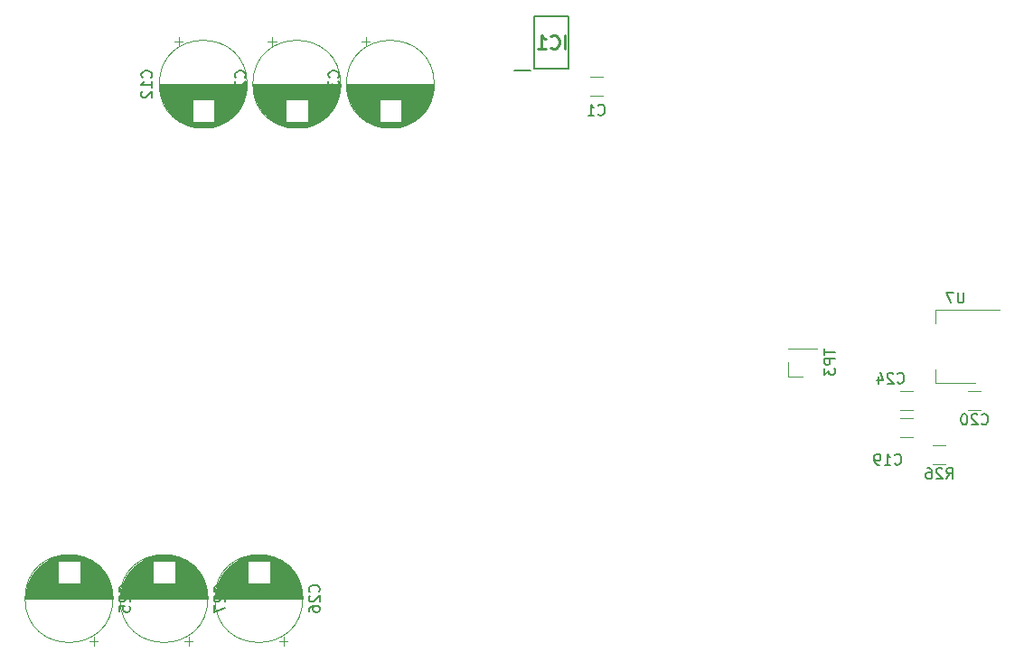
<source format=gbo>
%TF.GenerationSoftware,KiCad,Pcbnew,(5.1.0)-1*%
%TF.CreationDate,2022-07-09T20:49:55+03:00*%
%TF.ProjectId,octaver,6f637461-7665-4722-9e6b-696361645f70,rev?*%
%TF.SameCoordinates,Original*%
%TF.FileFunction,Legend,Bot*%
%TF.FilePolarity,Positive*%
%FSLAX46Y46*%
G04 Gerber Fmt 4.6, Leading zero omitted, Abs format (unit mm)*
G04 Created by KiCad (PCBNEW (5.1.0)-1) date 2022-07-09 20:49:55*
%MOMM*%
%LPD*%
G04 APERTURE LIST*
%ADD10C,0.120000*%
%ADD11C,0.200000*%
%ADD12C,0.150000*%
%ADD13C,0.254000*%
G04 APERTURE END LIST*
D10*
%TO.C,C20*%
X186849936Y-121518000D02*
X188054064Y-121518000D01*
X186849936Y-123338000D02*
X188054064Y-123338000D01*
%TO.C,U7*%
X189774000Y-113938000D02*
X183764000Y-113938000D01*
X187524000Y-120758000D02*
X183764000Y-120758000D01*
X183764000Y-113938000D02*
X183764000Y-115198000D01*
X183764000Y-120758000D02*
X183764000Y-119498000D01*
D11*
%TO.C,IC1*%
X146228000Y-91350000D02*
X149428000Y-91350000D01*
X149428000Y-91350000D02*
X149428000Y-86450000D01*
X149428000Y-86450000D02*
X146228000Y-86450000D01*
X146228000Y-86450000D02*
X146228000Y-91350000D01*
X144353000Y-91505000D02*
X145878000Y-91505000D01*
D10*
%TO.C,TP3*%
X169993000Y-117542000D02*
X172653000Y-117542000D01*
X169993000Y-117602000D02*
X169993000Y-117542000D01*
X172653000Y-117602000D02*
X172653000Y-117542000D01*
X169993000Y-117602000D02*
X172653000Y-117602000D01*
X169993000Y-118872000D02*
X169993000Y-120202000D01*
X169993000Y-120202000D02*
X171323000Y-120202000D01*
%TO.C,C25*%
X106736000Y-141010000D02*
G75*
G03X106736000Y-141010000I-4120000J0D01*
G01*
X106696000Y-141010000D02*
X98536000Y-141010000D01*
X106696000Y-140970000D02*
X98536000Y-140970000D01*
X106696000Y-140930000D02*
X98536000Y-140930000D01*
X106695000Y-140890000D02*
X98537000Y-140890000D01*
X106693000Y-140850000D02*
X98539000Y-140850000D01*
X106692000Y-140810000D02*
X98540000Y-140810000D01*
X106690000Y-140770000D02*
X98542000Y-140770000D01*
X106687000Y-140730000D02*
X98545000Y-140730000D01*
X106684000Y-140690000D02*
X98548000Y-140690000D01*
X106681000Y-140650000D02*
X98551000Y-140650000D01*
X106677000Y-140610000D02*
X98555000Y-140610000D01*
X106673000Y-140570000D02*
X98559000Y-140570000D01*
X106668000Y-140530000D02*
X98564000Y-140530000D01*
X106664000Y-140490000D02*
X98568000Y-140490000D01*
X106658000Y-140450000D02*
X98574000Y-140450000D01*
X106653000Y-140410000D02*
X98579000Y-140410000D01*
X106646000Y-140370000D02*
X98586000Y-140370000D01*
X106640000Y-140330000D02*
X98592000Y-140330000D01*
X106633000Y-140289000D02*
X98599000Y-140289000D01*
X106626000Y-140249000D02*
X98606000Y-140249000D01*
X106618000Y-140209000D02*
X98614000Y-140209000D01*
X106610000Y-140169000D02*
X98622000Y-140169000D01*
X106601000Y-140129000D02*
X98631000Y-140129000D01*
X106592000Y-140089000D02*
X98640000Y-140089000D01*
X106583000Y-140049000D02*
X98649000Y-140049000D01*
X106573000Y-140009000D02*
X98659000Y-140009000D01*
X106563000Y-139969000D02*
X98669000Y-139969000D01*
X106552000Y-139929000D02*
X98680000Y-139929000D01*
X106541000Y-139889000D02*
X98691000Y-139889000D01*
X106530000Y-139849000D02*
X98702000Y-139849000D01*
X106518000Y-139809000D02*
X98714000Y-139809000D01*
X106505000Y-139769000D02*
X98727000Y-139769000D01*
X106493000Y-139729000D02*
X98739000Y-139729000D01*
X106479000Y-139689000D02*
X98753000Y-139689000D01*
X106466000Y-139649000D02*
X98766000Y-139649000D01*
X106451000Y-139609000D02*
X98781000Y-139609000D01*
X106437000Y-139569000D02*
X98795000Y-139569000D01*
X106421000Y-139529000D02*
X103656000Y-139529000D01*
X101576000Y-139529000D02*
X98811000Y-139529000D01*
X106406000Y-139489000D02*
X103656000Y-139489000D01*
X101576000Y-139489000D02*
X98826000Y-139489000D01*
X106390000Y-139449000D02*
X103656000Y-139449000D01*
X101576000Y-139449000D02*
X98842000Y-139449000D01*
X106373000Y-139409000D02*
X103656000Y-139409000D01*
X101576000Y-139409000D02*
X98859000Y-139409000D01*
X106356000Y-139369000D02*
X103656000Y-139369000D01*
X101576000Y-139369000D02*
X98876000Y-139369000D01*
X106338000Y-139329000D02*
X103656000Y-139329000D01*
X101576000Y-139329000D02*
X98894000Y-139329000D01*
X106320000Y-139289000D02*
X103656000Y-139289000D01*
X101576000Y-139289000D02*
X98912000Y-139289000D01*
X106302000Y-139249000D02*
X103656000Y-139249000D01*
X101576000Y-139249000D02*
X98930000Y-139249000D01*
X106282000Y-139209000D02*
X103656000Y-139209000D01*
X101576000Y-139209000D02*
X98950000Y-139209000D01*
X106263000Y-139169000D02*
X103656000Y-139169000D01*
X101576000Y-139169000D02*
X98969000Y-139169000D01*
X106243000Y-139129000D02*
X103656000Y-139129000D01*
X101576000Y-139129000D02*
X98989000Y-139129000D01*
X106222000Y-139089000D02*
X103656000Y-139089000D01*
X101576000Y-139089000D02*
X99010000Y-139089000D01*
X106200000Y-139049000D02*
X103656000Y-139049000D01*
X101576000Y-139049000D02*
X99032000Y-139049000D01*
X106178000Y-139009000D02*
X103656000Y-139009000D01*
X101576000Y-139009000D02*
X99054000Y-139009000D01*
X106156000Y-138969000D02*
X103656000Y-138969000D01*
X101576000Y-138969000D02*
X99076000Y-138969000D01*
X106133000Y-138929000D02*
X103656000Y-138929000D01*
X101576000Y-138929000D02*
X99099000Y-138929000D01*
X106109000Y-138889000D02*
X103656000Y-138889000D01*
X101576000Y-138889000D02*
X99123000Y-138889000D01*
X106085000Y-138849000D02*
X103656000Y-138849000D01*
X101576000Y-138849000D02*
X99147000Y-138849000D01*
X106060000Y-138809000D02*
X103656000Y-138809000D01*
X101576000Y-138809000D02*
X99172000Y-138809000D01*
X106034000Y-138769000D02*
X103656000Y-138769000D01*
X101576000Y-138769000D02*
X99198000Y-138769000D01*
X106008000Y-138729000D02*
X103656000Y-138729000D01*
X101576000Y-138729000D02*
X99224000Y-138729000D01*
X105981000Y-138689000D02*
X103656000Y-138689000D01*
X101576000Y-138689000D02*
X99251000Y-138689000D01*
X105954000Y-138649000D02*
X103656000Y-138649000D01*
X101576000Y-138649000D02*
X99278000Y-138649000D01*
X105925000Y-138609000D02*
X103656000Y-138609000D01*
X101576000Y-138609000D02*
X99307000Y-138609000D01*
X105896000Y-138569000D02*
X103656000Y-138569000D01*
X101576000Y-138569000D02*
X99336000Y-138569000D01*
X105866000Y-138529000D02*
X103656000Y-138529000D01*
X101576000Y-138529000D02*
X99366000Y-138529000D01*
X105836000Y-138489000D02*
X103656000Y-138489000D01*
X101576000Y-138489000D02*
X99396000Y-138489000D01*
X105805000Y-138449000D02*
X103656000Y-138449000D01*
X101576000Y-138449000D02*
X99427000Y-138449000D01*
X105772000Y-138409000D02*
X103656000Y-138409000D01*
X101576000Y-138409000D02*
X99460000Y-138409000D01*
X105740000Y-138369000D02*
X103656000Y-138369000D01*
X101576000Y-138369000D02*
X99492000Y-138369000D01*
X105706000Y-138329000D02*
X103656000Y-138329000D01*
X101576000Y-138329000D02*
X99526000Y-138329000D01*
X105671000Y-138289000D02*
X103656000Y-138289000D01*
X101576000Y-138289000D02*
X99561000Y-138289000D01*
X105635000Y-138249000D02*
X103656000Y-138249000D01*
X101576000Y-138249000D02*
X99597000Y-138249000D01*
X105599000Y-138209000D02*
X103656000Y-138209000D01*
X101576000Y-138209000D02*
X99633000Y-138209000D01*
X105561000Y-138169000D02*
X103656000Y-138169000D01*
X101576000Y-138169000D02*
X99671000Y-138169000D01*
X105523000Y-138129000D02*
X103656000Y-138129000D01*
X101576000Y-138129000D02*
X99709000Y-138129000D01*
X105483000Y-138089000D02*
X103656000Y-138089000D01*
X101576000Y-138089000D02*
X99749000Y-138089000D01*
X105442000Y-138049000D02*
X103656000Y-138049000D01*
X101576000Y-138049000D02*
X99790000Y-138049000D01*
X105400000Y-138009000D02*
X103656000Y-138009000D01*
X101576000Y-138009000D02*
X99832000Y-138009000D01*
X105357000Y-137969000D02*
X103656000Y-137969000D01*
X101576000Y-137969000D02*
X99875000Y-137969000D01*
X105313000Y-137929000D02*
X103656000Y-137929000D01*
X101576000Y-137929000D02*
X99919000Y-137929000D01*
X105267000Y-137889000D02*
X103656000Y-137889000D01*
X101576000Y-137889000D02*
X99965000Y-137889000D01*
X105220000Y-137849000D02*
X103656000Y-137849000D01*
X101576000Y-137849000D02*
X100012000Y-137849000D01*
X105172000Y-137809000D02*
X103656000Y-137809000D01*
X101576000Y-137809000D02*
X100060000Y-137809000D01*
X105121000Y-137769000D02*
X103656000Y-137769000D01*
X101576000Y-137769000D02*
X100111000Y-137769000D01*
X105070000Y-137729000D02*
X103656000Y-137729000D01*
X101576000Y-137729000D02*
X100162000Y-137729000D01*
X105016000Y-137689000D02*
X103656000Y-137689000D01*
X101576000Y-137689000D02*
X100216000Y-137689000D01*
X104961000Y-137649000D02*
X103656000Y-137649000D01*
X101576000Y-137649000D02*
X100271000Y-137649000D01*
X104903000Y-137609000D02*
X103656000Y-137609000D01*
X101576000Y-137609000D02*
X100329000Y-137609000D01*
X104844000Y-137569000D02*
X103656000Y-137569000D01*
X101576000Y-137569000D02*
X100388000Y-137569000D01*
X104782000Y-137529000D02*
X103656000Y-137529000D01*
X101576000Y-137529000D02*
X100450000Y-137529000D01*
X104718000Y-137489000D02*
X103656000Y-137489000D01*
X101576000Y-137489000D02*
X100514000Y-137489000D01*
X104650000Y-137449000D02*
X100582000Y-137449000D01*
X104580000Y-137409000D02*
X100652000Y-137409000D01*
X104506000Y-137369000D02*
X100726000Y-137369000D01*
X104429000Y-137329000D02*
X100803000Y-137329000D01*
X104347000Y-137289000D02*
X100885000Y-137289000D01*
X104261000Y-137249000D02*
X100971000Y-137249000D01*
X104168000Y-137209000D02*
X101064000Y-137209000D01*
X104069000Y-137169000D02*
X101163000Y-137169000D01*
X103962000Y-137129000D02*
X101270000Y-137129000D01*
X103845000Y-137089000D02*
X101387000Y-137089000D01*
X103714000Y-137049000D02*
X101518000Y-137049000D01*
X103564000Y-137009000D02*
X101668000Y-137009000D01*
X103384000Y-136969000D02*
X101848000Y-136969000D01*
X103149000Y-136929000D02*
X102083000Y-136929000D01*
X104931000Y-145419698D02*
X104931000Y-144619698D01*
X105331000Y-145019698D02*
X104531000Y-145019698D01*
%TO.C,C26*%
X123111000Y-145019698D02*
X122311000Y-145019698D01*
X122711000Y-145419698D02*
X122711000Y-144619698D01*
X120929000Y-136929000D02*
X119863000Y-136929000D01*
X121164000Y-136969000D02*
X119628000Y-136969000D01*
X121344000Y-137009000D02*
X119448000Y-137009000D01*
X121494000Y-137049000D02*
X119298000Y-137049000D01*
X121625000Y-137089000D02*
X119167000Y-137089000D01*
X121742000Y-137129000D02*
X119050000Y-137129000D01*
X121849000Y-137169000D02*
X118943000Y-137169000D01*
X121948000Y-137209000D02*
X118844000Y-137209000D01*
X122041000Y-137249000D02*
X118751000Y-137249000D01*
X122127000Y-137289000D02*
X118665000Y-137289000D01*
X122209000Y-137329000D02*
X118583000Y-137329000D01*
X122286000Y-137369000D02*
X118506000Y-137369000D01*
X122360000Y-137409000D02*
X118432000Y-137409000D01*
X122430000Y-137449000D02*
X118362000Y-137449000D01*
X119356000Y-137489000D02*
X118294000Y-137489000D01*
X122498000Y-137489000D02*
X121436000Y-137489000D01*
X119356000Y-137529000D02*
X118230000Y-137529000D01*
X122562000Y-137529000D02*
X121436000Y-137529000D01*
X119356000Y-137569000D02*
X118168000Y-137569000D01*
X122624000Y-137569000D02*
X121436000Y-137569000D01*
X119356000Y-137609000D02*
X118109000Y-137609000D01*
X122683000Y-137609000D02*
X121436000Y-137609000D01*
X119356000Y-137649000D02*
X118051000Y-137649000D01*
X122741000Y-137649000D02*
X121436000Y-137649000D01*
X119356000Y-137689000D02*
X117996000Y-137689000D01*
X122796000Y-137689000D02*
X121436000Y-137689000D01*
X119356000Y-137729000D02*
X117942000Y-137729000D01*
X122850000Y-137729000D02*
X121436000Y-137729000D01*
X119356000Y-137769000D02*
X117891000Y-137769000D01*
X122901000Y-137769000D02*
X121436000Y-137769000D01*
X119356000Y-137809000D02*
X117840000Y-137809000D01*
X122952000Y-137809000D02*
X121436000Y-137809000D01*
X119356000Y-137849000D02*
X117792000Y-137849000D01*
X123000000Y-137849000D02*
X121436000Y-137849000D01*
X119356000Y-137889000D02*
X117745000Y-137889000D01*
X123047000Y-137889000D02*
X121436000Y-137889000D01*
X119356000Y-137929000D02*
X117699000Y-137929000D01*
X123093000Y-137929000D02*
X121436000Y-137929000D01*
X119356000Y-137969000D02*
X117655000Y-137969000D01*
X123137000Y-137969000D02*
X121436000Y-137969000D01*
X119356000Y-138009000D02*
X117612000Y-138009000D01*
X123180000Y-138009000D02*
X121436000Y-138009000D01*
X119356000Y-138049000D02*
X117570000Y-138049000D01*
X123222000Y-138049000D02*
X121436000Y-138049000D01*
X119356000Y-138089000D02*
X117529000Y-138089000D01*
X123263000Y-138089000D02*
X121436000Y-138089000D01*
X119356000Y-138129000D02*
X117489000Y-138129000D01*
X123303000Y-138129000D02*
X121436000Y-138129000D01*
X119356000Y-138169000D02*
X117451000Y-138169000D01*
X123341000Y-138169000D02*
X121436000Y-138169000D01*
X119356000Y-138209000D02*
X117413000Y-138209000D01*
X123379000Y-138209000D02*
X121436000Y-138209000D01*
X119356000Y-138249000D02*
X117377000Y-138249000D01*
X123415000Y-138249000D02*
X121436000Y-138249000D01*
X119356000Y-138289000D02*
X117341000Y-138289000D01*
X123451000Y-138289000D02*
X121436000Y-138289000D01*
X119356000Y-138329000D02*
X117306000Y-138329000D01*
X123486000Y-138329000D02*
X121436000Y-138329000D01*
X119356000Y-138369000D02*
X117272000Y-138369000D01*
X123520000Y-138369000D02*
X121436000Y-138369000D01*
X119356000Y-138409000D02*
X117240000Y-138409000D01*
X123552000Y-138409000D02*
X121436000Y-138409000D01*
X119356000Y-138449000D02*
X117207000Y-138449000D01*
X123585000Y-138449000D02*
X121436000Y-138449000D01*
X119356000Y-138489000D02*
X117176000Y-138489000D01*
X123616000Y-138489000D02*
X121436000Y-138489000D01*
X119356000Y-138529000D02*
X117146000Y-138529000D01*
X123646000Y-138529000D02*
X121436000Y-138529000D01*
X119356000Y-138569000D02*
X117116000Y-138569000D01*
X123676000Y-138569000D02*
X121436000Y-138569000D01*
X119356000Y-138609000D02*
X117087000Y-138609000D01*
X123705000Y-138609000D02*
X121436000Y-138609000D01*
X119356000Y-138649000D02*
X117058000Y-138649000D01*
X123734000Y-138649000D02*
X121436000Y-138649000D01*
X119356000Y-138689000D02*
X117031000Y-138689000D01*
X123761000Y-138689000D02*
X121436000Y-138689000D01*
X119356000Y-138729000D02*
X117004000Y-138729000D01*
X123788000Y-138729000D02*
X121436000Y-138729000D01*
X119356000Y-138769000D02*
X116978000Y-138769000D01*
X123814000Y-138769000D02*
X121436000Y-138769000D01*
X119356000Y-138809000D02*
X116952000Y-138809000D01*
X123840000Y-138809000D02*
X121436000Y-138809000D01*
X119356000Y-138849000D02*
X116927000Y-138849000D01*
X123865000Y-138849000D02*
X121436000Y-138849000D01*
X119356000Y-138889000D02*
X116903000Y-138889000D01*
X123889000Y-138889000D02*
X121436000Y-138889000D01*
X119356000Y-138929000D02*
X116879000Y-138929000D01*
X123913000Y-138929000D02*
X121436000Y-138929000D01*
X119356000Y-138969000D02*
X116856000Y-138969000D01*
X123936000Y-138969000D02*
X121436000Y-138969000D01*
X119356000Y-139009000D02*
X116834000Y-139009000D01*
X123958000Y-139009000D02*
X121436000Y-139009000D01*
X119356000Y-139049000D02*
X116812000Y-139049000D01*
X123980000Y-139049000D02*
X121436000Y-139049000D01*
X119356000Y-139089000D02*
X116790000Y-139089000D01*
X124002000Y-139089000D02*
X121436000Y-139089000D01*
X119356000Y-139129000D02*
X116769000Y-139129000D01*
X124023000Y-139129000D02*
X121436000Y-139129000D01*
X119356000Y-139169000D02*
X116749000Y-139169000D01*
X124043000Y-139169000D02*
X121436000Y-139169000D01*
X119356000Y-139209000D02*
X116730000Y-139209000D01*
X124062000Y-139209000D02*
X121436000Y-139209000D01*
X119356000Y-139249000D02*
X116710000Y-139249000D01*
X124082000Y-139249000D02*
X121436000Y-139249000D01*
X119356000Y-139289000D02*
X116692000Y-139289000D01*
X124100000Y-139289000D02*
X121436000Y-139289000D01*
X119356000Y-139329000D02*
X116674000Y-139329000D01*
X124118000Y-139329000D02*
X121436000Y-139329000D01*
X119356000Y-139369000D02*
X116656000Y-139369000D01*
X124136000Y-139369000D02*
X121436000Y-139369000D01*
X119356000Y-139409000D02*
X116639000Y-139409000D01*
X124153000Y-139409000D02*
X121436000Y-139409000D01*
X119356000Y-139449000D02*
X116622000Y-139449000D01*
X124170000Y-139449000D02*
X121436000Y-139449000D01*
X119356000Y-139489000D02*
X116606000Y-139489000D01*
X124186000Y-139489000D02*
X121436000Y-139489000D01*
X119356000Y-139529000D02*
X116591000Y-139529000D01*
X124201000Y-139529000D02*
X121436000Y-139529000D01*
X124217000Y-139569000D02*
X116575000Y-139569000D01*
X124231000Y-139609000D02*
X116561000Y-139609000D01*
X124246000Y-139649000D02*
X116546000Y-139649000D01*
X124259000Y-139689000D02*
X116533000Y-139689000D01*
X124273000Y-139729000D02*
X116519000Y-139729000D01*
X124285000Y-139769000D02*
X116507000Y-139769000D01*
X124298000Y-139809000D02*
X116494000Y-139809000D01*
X124310000Y-139849000D02*
X116482000Y-139849000D01*
X124321000Y-139889000D02*
X116471000Y-139889000D01*
X124332000Y-139929000D02*
X116460000Y-139929000D01*
X124343000Y-139969000D02*
X116449000Y-139969000D01*
X124353000Y-140009000D02*
X116439000Y-140009000D01*
X124363000Y-140049000D02*
X116429000Y-140049000D01*
X124372000Y-140089000D02*
X116420000Y-140089000D01*
X124381000Y-140129000D02*
X116411000Y-140129000D01*
X124390000Y-140169000D02*
X116402000Y-140169000D01*
X124398000Y-140209000D02*
X116394000Y-140209000D01*
X124406000Y-140249000D02*
X116386000Y-140249000D01*
X124413000Y-140289000D02*
X116379000Y-140289000D01*
X124420000Y-140330000D02*
X116372000Y-140330000D01*
X124426000Y-140370000D02*
X116366000Y-140370000D01*
X124433000Y-140410000D02*
X116359000Y-140410000D01*
X124438000Y-140450000D02*
X116354000Y-140450000D01*
X124444000Y-140490000D02*
X116348000Y-140490000D01*
X124448000Y-140530000D02*
X116344000Y-140530000D01*
X124453000Y-140570000D02*
X116339000Y-140570000D01*
X124457000Y-140610000D02*
X116335000Y-140610000D01*
X124461000Y-140650000D02*
X116331000Y-140650000D01*
X124464000Y-140690000D02*
X116328000Y-140690000D01*
X124467000Y-140730000D02*
X116325000Y-140730000D01*
X124470000Y-140770000D02*
X116322000Y-140770000D01*
X124472000Y-140810000D02*
X116320000Y-140810000D01*
X124473000Y-140850000D02*
X116319000Y-140850000D01*
X124475000Y-140890000D02*
X116317000Y-140890000D01*
X124476000Y-140930000D02*
X116316000Y-140930000D01*
X124476000Y-140970000D02*
X116316000Y-140970000D01*
X124476000Y-141010000D02*
X116316000Y-141010000D01*
X124516000Y-141010000D02*
G75*
G03X124516000Y-141010000I-4120000J0D01*
G01*
%TO.C,C27*%
X115626000Y-141010000D02*
G75*
G03X115626000Y-141010000I-4120000J0D01*
G01*
X115586000Y-141010000D02*
X107426000Y-141010000D01*
X115586000Y-140970000D02*
X107426000Y-140970000D01*
X115586000Y-140930000D02*
X107426000Y-140930000D01*
X115585000Y-140890000D02*
X107427000Y-140890000D01*
X115583000Y-140850000D02*
X107429000Y-140850000D01*
X115582000Y-140810000D02*
X107430000Y-140810000D01*
X115580000Y-140770000D02*
X107432000Y-140770000D01*
X115577000Y-140730000D02*
X107435000Y-140730000D01*
X115574000Y-140690000D02*
X107438000Y-140690000D01*
X115571000Y-140650000D02*
X107441000Y-140650000D01*
X115567000Y-140610000D02*
X107445000Y-140610000D01*
X115563000Y-140570000D02*
X107449000Y-140570000D01*
X115558000Y-140530000D02*
X107454000Y-140530000D01*
X115554000Y-140490000D02*
X107458000Y-140490000D01*
X115548000Y-140450000D02*
X107464000Y-140450000D01*
X115543000Y-140410000D02*
X107469000Y-140410000D01*
X115536000Y-140370000D02*
X107476000Y-140370000D01*
X115530000Y-140330000D02*
X107482000Y-140330000D01*
X115523000Y-140289000D02*
X107489000Y-140289000D01*
X115516000Y-140249000D02*
X107496000Y-140249000D01*
X115508000Y-140209000D02*
X107504000Y-140209000D01*
X115500000Y-140169000D02*
X107512000Y-140169000D01*
X115491000Y-140129000D02*
X107521000Y-140129000D01*
X115482000Y-140089000D02*
X107530000Y-140089000D01*
X115473000Y-140049000D02*
X107539000Y-140049000D01*
X115463000Y-140009000D02*
X107549000Y-140009000D01*
X115453000Y-139969000D02*
X107559000Y-139969000D01*
X115442000Y-139929000D02*
X107570000Y-139929000D01*
X115431000Y-139889000D02*
X107581000Y-139889000D01*
X115420000Y-139849000D02*
X107592000Y-139849000D01*
X115408000Y-139809000D02*
X107604000Y-139809000D01*
X115395000Y-139769000D02*
X107617000Y-139769000D01*
X115383000Y-139729000D02*
X107629000Y-139729000D01*
X115369000Y-139689000D02*
X107643000Y-139689000D01*
X115356000Y-139649000D02*
X107656000Y-139649000D01*
X115341000Y-139609000D02*
X107671000Y-139609000D01*
X115327000Y-139569000D02*
X107685000Y-139569000D01*
X115311000Y-139529000D02*
X112546000Y-139529000D01*
X110466000Y-139529000D02*
X107701000Y-139529000D01*
X115296000Y-139489000D02*
X112546000Y-139489000D01*
X110466000Y-139489000D02*
X107716000Y-139489000D01*
X115280000Y-139449000D02*
X112546000Y-139449000D01*
X110466000Y-139449000D02*
X107732000Y-139449000D01*
X115263000Y-139409000D02*
X112546000Y-139409000D01*
X110466000Y-139409000D02*
X107749000Y-139409000D01*
X115246000Y-139369000D02*
X112546000Y-139369000D01*
X110466000Y-139369000D02*
X107766000Y-139369000D01*
X115228000Y-139329000D02*
X112546000Y-139329000D01*
X110466000Y-139329000D02*
X107784000Y-139329000D01*
X115210000Y-139289000D02*
X112546000Y-139289000D01*
X110466000Y-139289000D02*
X107802000Y-139289000D01*
X115192000Y-139249000D02*
X112546000Y-139249000D01*
X110466000Y-139249000D02*
X107820000Y-139249000D01*
X115172000Y-139209000D02*
X112546000Y-139209000D01*
X110466000Y-139209000D02*
X107840000Y-139209000D01*
X115153000Y-139169000D02*
X112546000Y-139169000D01*
X110466000Y-139169000D02*
X107859000Y-139169000D01*
X115133000Y-139129000D02*
X112546000Y-139129000D01*
X110466000Y-139129000D02*
X107879000Y-139129000D01*
X115112000Y-139089000D02*
X112546000Y-139089000D01*
X110466000Y-139089000D02*
X107900000Y-139089000D01*
X115090000Y-139049000D02*
X112546000Y-139049000D01*
X110466000Y-139049000D02*
X107922000Y-139049000D01*
X115068000Y-139009000D02*
X112546000Y-139009000D01*
X110466000Y-139009000D02*
X107944000Y-139009000D01*
X115046000Y-138969000D02*
X112546000Y-138969000D01*
X110466000Y-138969000D02*
X107966000Y-138969000D01*
X115023000Y-138929000D02*
X112546000Y-138929000D01*
X110466000Y-138929000D02*
X107989000Y-138929000D01*
X114999000Y-138889000D02*
X112546000Y-138889000D01*
X110466000Y-138889000D02*
X108013000Y-138889000D01*
X114975000Y-138849000D02*
X112546000Y-138849000D01*
X110466000Y-138849000D02*
X108037000Y-138849000D01*
X114950000Y-138809000D02*
X112546000Y-138809000D01*
X110466000Y-138809000D02*
X108062000Y-138809000D01*
X114924000Y-138769000D02*
X112546000Y-138769000D01*
X110466000Y-138769000D02*
X108088000Y-138769000D01*
X114898000Y-138729000D02*
X112546000Y-138729000D01*
X110466000Y-138729000D02*
X108114000Y-138729000D01*
X114871000Y-138689000D02*
X112546000Y-138689000D01*
X110466000Y-138689000D02*
X108141000Y-138689000D01*
X114844000Y-138649000D02*
X112546000Y-138649000D01*
X110466000Y-138649000D02*
X108168000Y-138649000D01*
X114815000Y-138609000D02*
X112546000Y-138609000D01*
X110466000Y-138609000D02*
X108197000Y-138609000D01*
X114786000Y-138569000D02*
X112546000Y-138569000D01*
X110466000Y-138569000D02*
X108226000Y-138569000D01*
X114756000Y-138529000D02*
X112546000Y-138529000D01*
X110466000Y-138529000D02*
X108256000Y-138529000D01*
X114726000Y-138489000D02*
X112546000Y-138489000D01*
X110466000Y-138489000D02*
X108286000Y-138489000D01*
X114695000Y-138449000D02*
X112546000Y-138449000D01*
X110466000Y-138449000D02*
X108317000Y-138449000D01*
X114662000Y-138409000D02*
X112546000Y-138409000D01*
X110466000Y-138409000D02*
X108350000Y-138409000D01*
X114630000Y-138369000D02*
X112546000Y-138369000D01*
X110466000Y-138369000D02*
X108382000Y-138369000D01*
X114596000Y-138329000D02*
X112546000Y-138329000D01*
X110466000Y-138329000D02*
X108416000Y-138329000D01*
X114561000Y-138289000D02*
X112546000Y-138289000D01*
X110466000Y-138289000D02*
X108451000Y-138289000D01*
X114525000Y-138249000D02*
X112546000Y-138249000D01*
X110466000Y-138249000D02*
X108487000Y-138249000D01*
X114489000Y-138209000D02*
X112546000Y-138209000D01*
X110466000Y-138209000D02*
X108523000Y-138209000D01*
X114451000Y-138169000D02*
X112546000Y-138169000D01*
X110466000Y-138169000D02*
X108561000Y-138169000D01*
X114413000Y-138129000D02*
X112546000Y-138129000D01*
X110466000Y-138129000D02*
X108599000Y-138129000D01*
X114373000Y-138089000D02*
X112546000Y-138089000D01*
X110466000Y-138089000D02*
X108639000Y-138089000D01*
X114332000Y-138049000D02*
X112546000Y-138049000D01*
X110466000Y-138049000D02*
X108680000Y-138049000D01*
X114290000Y-138009000D02*
X112546000Y-138009000D01*
X110466000Y-138009000D02*
X108722000Y-138009000D01*
X114247000Y-137969000D02*
X112546000Y-137969000D01*
X110466000Y-137969000D02*
X108765000Y-137969000D01*
X114203000Y-137929000D02*
X112546000Y-137929000D01*
X110466000Y-137929000D02*
X108809000Y-137929000D01*
X114157000Y-137889000D02*
X112546000Y-137889000D01*
X110466000Y-137889000D02*
X108855000Y-137889000D01*
X114110000Y-137849000D02*
X112546000Y-137849000D01*
X110466000Y-137849000D02*
X108902000Y-137849000D01*
X114062000Y-137809000D02*
X112546000Y-137809000D01*
X110466000Y-137809000D02*
X108950000Y-137809000D01*
X114011000Y-137769000D02*
X112546000Y-137769000D01*
X110466000Y-137769000D02*
X109001000Y-137769000D01*
X113960000Y-137729000D02*
X112546000Y-137729000D01*
X110466000Y-137729000D02*
X109052000Y-137729000D01*
X113906000Y-137689000D02*
X112546000Y-137689000D01*
X110466000Y-137689000D02*
X109106000Y-137689000D01*
X113851000Y-137649000D02*
X112546000Y-137649000D01*
X110466000Y-137649000D02*
X109161000Y-137649000D01*
X113793000Y-137609000D02*
X112546000Y-137609000D01*
X110466000Y-137609000D02*
X109219000Y-137609000D01*
X113734000Y-137569000D02*
X112546000Y-137569000D01*
X110466000Y-137569000D02*
X109278000Y-137569000D01*
X113672000Y-137529000D02*
X112546000Y-137529000D01*
X110466000Y-137529000D02*
X109340000Y-137529000D01*
X113608000Y-137489000D02*
X112546000Y-137489000D01*
X110466000Y-137489000D02*
X109404000Y-137489000D01*
X113540000Y-137449000D02*
X109472000Y-137449000D01*
X113470000Y-137409000D02*
X109542000Y-137409000D01*
X113396000Y-137369000D02*
X109616000Y-137369000D01*
X113319000Y-137329000D02*
X109693000Y-137329000D01*
X113237000Y-137289000D02*
X109775000Y-137289000D01*
X113151000Y-137249000D02*
X109861000Y-137249000D01*
X113058000Y-137209000D02*
X109954000Y-137209000D01*
X112959000Y-137169000D02*
X110053000Y-137169000D01*
X112852000Y-137129000D02*
X110160000Y-137129000D01*
X112735000Y-137089000D02*
X110277000Y-137089000D01*
X112604000Y-137049000D02*
X110408000Y-137049000D01*
X112454000Y-137009000D02*
X110558000Y-137009000D01*
X112274000Y-136969000D02*
X110738000Y-136969000D01*
X112039000Y-136929000D02*
X110973000Y-136929000D01*
X113821000Y-145419698D02*
X113821000Y-144619698D01*
X114221000Y-145019698D02*
X113421000Y-145019698D01*
%TO.C,C12*%
X112474000Y-88787302D02*
X113274000Y-88787302D01*
X112874000Y-88387302D02*
X112874000Y-89187302D01*
X114656000Y-96878000D02*
X115722000Y-96878000D01*
X114421000Y-96838000D02*
X115957000Y-96838000D01*
X114241000Y-96798000D02*
X116137000Y-96798000D01*
X114091000Y-96758000D02*
X116287000Y-96758000D01*
X113960000Y-96718000D02*
X116418000Y-96718000D01*
X113843000Y-96678000D02*
X116535000Y-96678000D01*
X113736000Y-96638000D02*
X116642000Y-96638000D01*
X113637000Y-96598000D02*
X116741000Y-96598000D01*
X113544000Y-96558000D02*
X116834000Y-96558000D01*
X113458000Y-96518000D02*
X116920000Y-96518000D01*
X113376000Y-96478000D02*
X117002000Y-96478000D01*
X113299000Y-96438000D02*
X117079000Y-96438000D01*
X113225000Y-96398000D02*
X117153000Y-96398000D01*
X113155000Y-96358000D02*
X117223000Y-96358000D01*
X116229000Y-96318000D02*
X117291000Y-96318000D01*
X113087000Y-96318000D02*
X114149000Y-96318000D01*
X116229000Y-96278000D02*
X117355000Y-96278000D01*
X113023000Y-96278000D02*
X114149000Y-96278000D01*
X116229000Y-96238000D02*
X117417000Y-96238000D01*
X112961000Y-96238000D02*
X114149000Y-96238000D01*
X116229000Y-96198000D02*
X117476000Y-96198000D01*
X112902000Y-96198000D02*
X114149000Y-96198000D01*
X116229000Y-96158000D02*
X117534000Y-96158000D01*
X112844000Y-96158000D02*
X114149000Y-96158000D01*
X116229000Y-96118000D02*
X117589000Y-96118000D01*
X112789000Y-96118000D02*
X114149000Y-96118000D01*
X116229000Y-96078000D02*
X117643000Y-96078000D01*
X112735000Y-96078000D02*
X114149000Y-96078000D01*
X116229000Y-96038000D02*
X117694000Y-96038000D01*
X112684000Y-96038000D02*
X114149000Y-96038000D01*
X116229000Y-95998000D02*
X117745000Y-95998000D01*
X112633000Y-95998000D02*
X114149000Y-95998000D01*
X116229000Y-95958000D02*
X117793000Y-95958000D01*
X112585000Y-95958000D02*
X114149000Y-95958000D01*
X116229000Y-95918000D02*
X117840000Y-95918000D01*
X112538000Y-95918000D02*
X114149000Y-95918000D01*
X116229000Y-95878000D02*
X117886000Y-95878000D01*
X112492000Y-95878000D02*
X114149000Y-95878000D01*
X116229000Y-95838000D02*
X117930000Y-95838000D01*
X112448000Y-95838000D02*
X114149000Y-95838000D01*
X116229000Y-95798000D02*
X117973000Y-95798000D01*
X112405000Y-95798000D02*
X114149000Y-95798000D01*
X116229000Y-95758000D02*
X118015000Y-95758000D01*
X112363000Y-95758000D02*
X114149000Y-95758000D01*
X116229000Y-95718000D02*
X118056000Y-95718000D01*
X112322000Y-95718000D02*
X114149000Y-95718000D01*
X116229000Y-95678000D02*
X118096000Y-95678000D01*
X112282000Y-95678000D02*
X114149000Y-95678000D01*
X116229000Y-95638000D02*
X118134000Y-95638000D01*
X112244000Y-95638000D02*
X114149000Y-95638000D01*
X116229000Y-95598000D02*
X118172000Y-95598000D01*
X112206000Y-95598000D02*
X114149000Y-95598000D01*
X116229000Y-95558000D02*
X118208000Y-95558000D01*
X112170000Y-95558000D02*
X114149000Y-95558000D01*
X116229000Y-95518000D02*
X118244000Y-95518000D01*
X112134000Y-95518000D02*
X114149000Y-95518000D01*
X116229000Y-95478000D02*
X118279000Y-95478000D01*
X112099000Y-95478000D02*
X114149000Y-95478000D01*
X116229000Y-95438000D02*
X118313000Y-95438000D01*
X112065000Y-95438000D02*
X114149000Y-95438000D01*
X116229000Y-95398000D02*
X118345000Y-95398000D01*
X112033000Y-95398000D02*
X114149000Y-95398000D01*
X116229000Y-95358000D02*
X118378000Y-95358000D01*
X112000000Y-95358000D02*
X114149000Y-95358000D01*
X116229000Y-95318000D02*
X118409000Y-95318000D01*
X111969000Y-95318000D02*
X114149000Y-95318000D01*
X116229000Y-95278000D02*
X118439000Y-95278000D01*
X111939000Y-95278000D02*
X114149000Y-95278000D01*
X116229000Y-95238000D02*
X118469000Y-95238000D01*
X111909000Y-95238000D02*
X114149000Y-95238000D01*
X116229000Y-95198000D02*
X118498000Y-95198000D01*
X111880000Y-95198000D02*
X114149000Y-95198000D01*
X116229000Y-95158000D02*
X118527000Y-95158000D01*
X111851000Y-95158000D02*
X114149000Y-95158000D01*
X116229000Y-95118000D02*
X118554000Y-95118000D01*
X111824000Y-95118000D02*
X114149000Y-95118000D01*
X116229000Y-95078000D02*
X118581000Y-95078000D01*
X111797000Y-95078000D02*
X114149000Y-95078000D01*
X116229000Y-95038000D02*
X118607000Y-95038000D01*
X111771000Y-95038000D02*
X114149000Y-95038000D01*
X116229000Y-94998000D02*
X118633000Y-94998000D01*
X111745000Y-94998000D02*
X114149000Y-94998000D01*
X116229000Y-94958000D02*
X118658000Y-94958000D01*
X111720000Y-94958000D02*
X114149000Y-94958000D01*
X116229000Y-94918000D02*
X118682000Y-94918000D01*
X111696000Y-94918000D02*
X114149000Y-94918000D01*
X116229000Y-94878000D02*
X118706000Y-94878000D01*
X111672000Y-94878000D02*
X114149000Y-94878000D01*
X116229000Y-94838000D02*
X118729000Y-94838000D01*
X111649000Y-94838000D02*
X114149000Y-94838000D01*
X116229000Y-94798000D02*
X118751000Y-94798000D01*
X111627000Y-94798000D02*
X114149000Y-94798000D01*
X116229000Y-94758000D02*
X118773000Y-94758000D01*
X111605000Y-94758000D02*
X114149000Y-94758000D01*
X116229000Y-94718000D02*
X118795000Y-94718000D01*
X111583000Y-94718000D02*
X114149000Y-94718000D01*
X116229000Y-94678000D02*
X118816000Y-94678000D01*
X111562000Y-94678000D02*
X114149000Y-94678000D01*
X116229000Y-94638000D02*
X118836000Y-94638000D01*
X111542000Y-94638000D02*
X114149000Y-94638000D01*
X116229000Y-94598000D02*
X118855000Y-94598000D01*
X111523000Y-94598000D02*
X114149000Y-94598000D01*
X116229000Y-94558000D02*
X118875000Y-94558000D01*
X111503000Y-94558000D02*
X114149000Y-94558000D01*
X116229000Y-94518000D02*
X118893000Y-94518000D01*
X111485000Y-94518000D02*
X114149000Y-94518000D01*
X116229000Y-94478000D02*
X118911000Y-94478000D01*
X111467000Y-94478000D02*
X114149000Y-94478000D01*
X116229000Y-94438000D02*
X118929000Y-94438000D01*
X111449000Y-94438000D02*
X114149000Y-94438000D01*
X116229000Y-94398000D02*
X118946000Y-94398000D01*
X111432000Y-94398000D02*
X114149000Y-94398000D01*
X116229000Y-94358000D02*
X118963000Y-94358000D01*
X111415000Y-94358000D02*
X114149000Y-94358000D01*
X116229000Y-94318000D02*
X118979000Y-94318000D01*
X111399000Y-94318000D02*
X114149000Y-94318000D01*
X116229000Y-94278000D02*
X118994000Y-94278000D01*
X111384000Y-94278000D02*
X114149000Y-94278000D01*
X111368000Y-94238000D02*
X119010000Y-94238000D01*
X111354000Y-94198000D02*
X119024000Y-94198000D01*
X111339000Y-94158000D02*
X119039000Y-94158000D01*
X111326000Y-94118000D02*
X119052000Y-94118000D01*
X111312000Y-94078000D02*
X119066000Y-94078000D01*
X111300000Y-94038000D02*
X119078000Y-94038000D01*
X111287000Y-93998000D02*
X119091000Y-93998000D01*
X111275000Y-93958000D02*
X119103000Y-93958000D01*
X111264000Y-93918000D02*
X119114000Y-93918000D01*
X111253000Y-93878000D02*
X119125000Y-93878000D01*
X111242000Y-93838000D02*
X119136000Y-93838000D01*
X111232000Y-93798000D02*
X119146000Y-93798000D01*
X111222000Y-93758000D02*
X119156000Y-93758000D01*
X111213000Y-93718000D02*
X119165000Y-93718000D01*
X111204000Y-93678000D02*
X119174000Y-93678000D01*
X111195000Y-93638000D02*
X119183000Y-93638000D01*
X111187000Y-93598000D02*
X119191000Y-93598000D01*
X111179000Y-93558000D02*
X119199000Y-93558000D01*
X111172000Y-93518000D02*
X119206000Y-93518000D01*
X111165000Y-93477000D02*
X119213000Y-93477000D01*
X111159000Y-93437000D02*
X119219000Y-93437000D01*
X111152000Y-93397000D02*
X119226000Y-93397000D01*
X111147000Y-93357000D02*
X119231000Y-93357000D01*
X111141000Y-93317000D02*
X119237000Y-93317000D01*
X111137000Y-93277000D02*
X119241000Y-93277000D01*
X111132000Y-93237000D02*
X119246000Y-93237000D01*
X111128000Y-93197000D02*
X119250000Y-93197000D01*
X111124000Y-93157000D02*
X119254000Y-93157000D01*
X111121000Y-93117000D02*
X119257000Y-93117000D01*
X111118000Y-93077000D02*
X119260000Y-93077000D01*
X111115000Y-93037000D02*
X119263000Y-93037000D01*
X111113000Y-92997000D02*
X119265000Y-92997000D01*
X111112000Y-92957000D02*
X119266000Y-92957000D01*
X111110000Y-92917000D02*
X119268000Y-92917000D01*
X111109000Y-92877000D02*
X119269000Y-92877000D01*
X111109000Y-92837000D02*
X119269000Y-92837000D01*
X111109000Y-92797000D02*
X119269000Y-92797000D01*
X119309000Y-92797000D02*
G75*
G03X119309000Y-92797000I-4120000J0D01*
G01*
%TO.C,C29*%
X128072000Y-92797000D02*
G75*
G03X128072000Y-92797000I-4120000J0D01*
G01*
X119872000Y-92797000D02*
X128032000Y-92797000D01*
X119872000Y-92837000D02*
X128032000Y-92837000D01*
X119872000Y-92877000D02*
X128032000Y-92877000D01*
X119873000Y-92917000D02*
X128031000Y-92917000D01*
X119875000Y-92957000D02*
X128029000Y-92957000D01*
X119876000Y-92997000D02*
X128028000Y-92997000D01*
X119878000Y-93037000D02*
X128026000Y-93037000D01*
X119881000Y-93077000D02*
X128023000Y-93077000D01*
X119884000Y-93117000D02*
X128020000Y-93117000D01*
X119887000Y-93157000D02*
X128017000Y-93157000D01*
X119891000Y-93197000D02*
X128013000Y-93197000D01*
X119895000Y-93237000D02*
X128009000Y-93237000D01*
X119900000Y-93277000D02*
X128004000Y-93277000D01*
X119904000Y-93317000D02*
X128000000Y-93317000D01*
X119910000Y-93357000D02*
X127994000Y-93357000D01*
X119915000Y-93397000D02*
X127989000Y-93397000D01*
X119922000Y-93437000D02*
X127982000Y-93437000D01*
X119928000Y-93477000D02*
X127976000Y-93477000D01*
X119935000Y-93518000D02*
X127969000Y-93518000D01*
X119942000Y-93558000D02*
X127962000Y-93558000D01*
X119950000Y-93598000D02*
X127954000Y-93598000D01*
X119958000Y-93638000D02*
X127946000Y-93638000D01*
X119967000Y-93678000D02*
X127937000Y-93678000D01*
X119976000Y-93718000D02*
X127928000Y-93718000D01*
X119985000Y-93758000D02*
X127919000Y-93758000D01*
X119995000Y-93798000D02*
X127909000Y-93798000D01*
X120005000Y-93838000D02*
X127899000Y-93838000D01*
X120016000Y-93878000D02*
X127888000Y-93878000D01*
X120027000Y-93918000D02*
X127877000Y-93918000D01*
X120038000Y-93958000D02*
X127866000Y-93958000D01*
X120050000Y-93998000D02*
X127854000Y-93998000D01*
X120063000Y-94038000D02*
X127841000Y-94038000D01*
X120075000Y-94078000D02*
X127829000Y-94078000D01*
X120089000Y-94118000D02*
X127815000Y-94118000D01*
X120102000Y-94158000D02*
X127802000Y-94158000D01*
X120117000Y-94198000D02*
X127787000Y-94198000D01*
X120131000Y-94238000D02*
X127773000Y-94238000D01*
X120147000Y-94278000D02*
X122912000Y-94278000D01*
X124992000Y-94278000D02*
X127757000Y-94278000D01*
X120162000Y-94318000D02*
X122912000Y-94318000D01*
X124992000Y-94318000D02*
X127742000Y-94318000D01*
X120178000Y-94358000D02*
X122912000Y-94358000D01*
X124992000Y-94358000D02*
X127726000Y-94358000D01*
X120195000Y-94398000D02*
X122912000Y-94398000D01*
X124992000Y-94398000D02*
X127709000Y-94398000D01*
X120212000Y-94438000D02*
X122912000Y-94438000D01*
X124992000Y-94438000D02*
X127692000Y-94438000D01*
X120230000Y-94478000D02*
X122912000Y-94478000D01*
X124992000Y-94478000D02*
X127674000Y-94478000D01*
X120248000Y-94518000D02*
X122912000Y-94518000D01*
X124992000Y-94518000D02*
X127656000Y-94518000D01*
X120266000Y-94558000D02*
X122912000Y-94558000D01*
X124992000Y-94558000D02*
X127638000Y-94558000D01*
X120286000Y-94598000D02*
X122912000Y-94598000D01*
X124992000Y-94598000D02*
X127618000Y-94598000D01*
X120305000Y-94638000D02*
X122912000Y-94638000D01*
X124992000Y-94638000D02*
X127599000Y-94638000D01*
X120325000Y-94678000D02*
X122912000Y-94678000D01*
X124992000Y-94678000D02*
X127579000Y-94678000D01*
X120346000Y-94718000D02*
X122912000Y-94718000D01*
X124992000Y-94718000D02*
X127558000Y-94718000D01*
X120368000Y-94758000D02*
X122912000Y-94758000D01*
X124992000Y-94758000D02*
X127536000Y-94758000D01*
X120390000Y-94798000D02*
X122912000Y-94798000D01*
X124992000Y-94798000D02*
X127514000Y-94798000D01*
X120412000Y-94838000D02*
X122912000Y-94838000D01*
X124992000Y-94838000D02*
X127492000Y-94838000D01*
X120435000Y-94878000D02*
X122912000Y-94878000D01*
X124992000Y-94878000D02*
X127469000Y-94878000D01*
X120459000Y-94918000D02*
X122912000Y-94918000D01*
X124992000Y-94918000D02*
X127445000Y-94918000D01*
X120483000Y-94958000D02*
X122912000Y-94958000D01*
X124992000Y-94958000D02*
X127421000Y-94958000D01*
X120508000Y-94998000D02*
X122912000Y-94998000D01*
X124992000Y-94998000D02*
X127396000Y-94998000D01*
X120534000Y-95038000D02*
X122912000Y-95038000D01*
X124992000Y-95038000D02*
X127370000Y-95038000D01*
X120560000Y-95078000D02*
X122912000Y-95078000D01*
X124992000Y-95078000D02*
X127344000Y-95078000D01*
X120587000Y-95118000D02*
X122912000Y-95118000D01*
X124992000Y-95118000D02*
X127317000Y-95118000D01*
X120614000Y-95158000D02*
X122912000Y-95158000D01*
X124992000Y-95158000D02*
X127290000Y-95158000D01*
X120643000Y-95198000D02*
X122912000Y-95198000D01*
X124992000Y-95198000D02*
X127261000Y-95198000D01*
X120672000Y-95238000D02*
X122912000Y-95238000D01*
X124992000Y-95238000D02*
X127232000Y-95238000D01*
X120702000Y-95278000D02*
X122912000Y-95278000D01*
X124992000Y-95278000D02*
X127202000Y-95278000D01*
X120732000Y-95318000D02*
X122912000Y-95318000D01*
X124992000Y-95318000D02*
X127172000Y-95318000D01*
X120763000Y-95358000D02*
X122912000Y-95358000D01*
X124992000Y-95358000D02*
X127141000Y-95358000D01*
X120796000Y-95398000D02*
X122912000Y-95398000D01*
X124992000Y-95398000D02*
X127108000Y-95398000D01*
X120828000Y-95438000D02*
X122912000Y-95438000D01*
X124992000Y-95438000D02*
X127076000Y-95438000D01*
X120862000Y-95478000D02*
X122912000Y-95478000D01*
X124992000Y-95478000D02*
X127042000Y-95478000D01*
X120897000Y-95518000D02*
X122912000Y-95518000D01*
X124992000Y-95518000D02*
X127007000Y-95518000D01*
X120933000Y-95558000D02*
X122912000Y-95558000D01*
X124992000Y-95558000D02*
X126971000Y-95558000D01*
X120969000Y-95598000D02*
X122912000Y-95598000D01*
X124992000Y-95598000D02*
X126935000Y-95598000D01*
X121007000Y-95638000D02*
X122912000Y-95638000D01*
X124992000Y-95638000D02*
X126897000Y-95638000D01*
X121045000Y-95678000D02*
X122912000Y-95678000D01*
X124992000Y-95678000D02*
X126859000Y-95678000D01*
X121085000Y-95718000D02*
X122912000Y-95718000D01*
X124992000Y-95718000D02*
X126819000Y-95718000D01*
X121126000Y-95758000D02*
X122912000Y-95758000D01*
X124992000Y-95758000D02*
X126778000Y-95758000D01*
X121168000Y-95798000D02*
X122912000Y-95798000D01*
X124992000Y-95798000D02*
X126736000Y-95798000D01*
X121211000Y-95838000D02*
X122912000Y-95838000D01*
X124992000Y-95838000D02*
X126693000Y-95838000D01*
X121255000Y-95878000D02*
X122912000Y-95878000D01*
X124992000Y-95878000D02*
X126649000Y-95878000D01*
X121301000Y-95918000D02*
X122912000Y-95918000D01*
X124992000Y-95918000D02*
X126603000Y-95918000D01*
X121348000Y-95958000D02*
X122912000Y-95958000D01*
X124992000Y-95958000D02*
X126556000Y-95958000D01*
X121396000Y-95998000D02*
X122912000Y-95998000D01*
X124992000Y-95998000D02*
X126508000Y-95998000D01*
X121447000Y-96038000D02*
X122912000Y-96038000D01*
X124992000Y-96038000D02*
X126457000Y-96038000D01*
X121498000Y-96078000D02*
X122912000Y-96078000D01*
X124992000Y-96078000D02*
X126406000Y-96078000D01*
X121552000Y-96118000D02*
X122912000Y-96118000D01*
X124992000Y-96118000D02*
X126352000Y-96118000D01*
X121607000Y-96158000D02*
X122912000Y-96158000D01*
X124992000Y-96158000D02*
X126297000Y-96158000D01*
X121665000Y-96198000D02*
X122912000Y-96198000D01*
X124992000Y-96198000D02*
X126239000Y-96198000D01*
X121724000Y-96238000D02*
X122912000Y-96238000D01*
X124992000Y-96238000D02*
X126180000Y-96238000D01*
X121786000Y-96278000D02*
X122912000Y-96278000D01*
X124992000Y-96278000D02*
X126118000Y-96278000D01*
X121850000Y-96318000D02*
X122912000Y-96318000D01*
X124992000Y-96318000D02*
X126054000Y-96318000D01*
X121918000Y-96358000D02*
X125986000Y-96358000D01*
X121988000Y-96398000D02*
X125916000Y-96398000D01*
X122062000Y-96438000D02*
X125842000Y-96438000D01*
X122139000Y-96478000D02*
X125765000Y-96478000D01*
X122221000Y-96518000D02*
X125683000Y-96518000D01*
X122307000Y-96558000D02*
X125597000Y-96558000D01*
X122400000Y-96598000D02*
X125504000Y-96598000D01*
X122499000Y-96638000D02*
X125405000Y-96638000D01*
X122606000Y-96678000D02*
X125298000Y-96678000D01*
X122723000Y-96718000D02*
X125181000Y-96718000D01*
X122854000Y-96758000D02*
X125050000Y-96758000D01*
X123004000Y-96798000D02*
X124900000Y-96798000D01*
X123184000Y-96838000D02*
X124720000Y-96838000D01*
X123419000Y-96878000D02*
X124485000Y-96878000D01*
X121637000Y-88387302D02*
X121637000Y-89187302D01*
X121237000Y-88787302D02*
X122037000Y-88787302D01*
%TO.C,C30*%
X136835000Y-92797000D02*
G75*
G03X136835000Y-92797000I-4120000J0D01*
G01*
X128635000Y-92797000D02*
X136795000Y-92797000D01*
X128635000Y-92837000D02*
X136795000Y-92837000D01*
X128635000Y-92877000D02*
X136795000Y-92877000D01*
X128636000Y-92917000D02*
X136794000Y-92917000D01*
X128638000Y-92957000D02*
X136792000Y-92957000D01*
X128639000Y-92997000D02*
X136791000Y-92997000D01*
X128641000Y-93037000D02*
X136789000Y-93037000D01*
X128644000Y-93077000D02*
X136786000Y-93077000D01*
X128647000Y-93117000D02*
X136783000Y-93117000D01*
X128650000Y-93157000D02*
X136780000Y-93157000D01*
X128654000Y-93197000D02*
X136776000Y-93197000D01*
X128658000Y-93237000D02*
X136772000Y-93237000D01*
X128663000Y-93277000D02*
X136767000Y-93277000D01*
X128667000Y-93317000D02*
X136763000Y-93317000D01*
X128673000Y-93357000D02*
X136757000Y-93357000D01*
X128678000Y-93397000D02*
X136752000Y-93397000D01*
X128685000Y-93437000D02*
X136745000Y-93437000D01*
X128691000Y-93477000D02*
X136739000Y-93477000D01*
X128698000Y-93518000D02*
X136732000Y-93518000D01*
X128705000Y-93558000D02*
X136725000Y-93558000D01*
X128713000Y-93598000D02*
X136717000Y-93598000D01*
X128721000Y-93638000D02*
X136709000Y-93638000D01*
X128730000Y-93678000D02*
X136700000Y-93678000D01*
X128739000Y-93718000D02*
X136691000Y-93718000D01*
X128748000Y-93758000D02*
X136682000Y-93758000D01*
X128758000Y-93798000D02*
X136672000Y-93798000D01*
X128768000Y-93838000D02*
X136662000Y-93838000D01*
X128779000Y-93878000D02*
X136651000Y-93878000D01*
X128790000Y-93918000D02*
X136640000Y-93918000D01*
X128801000Y-93958000D02*
X136629000Y-93958000D01*
X128813000Y-93998000D02*
X136617000Y-93998000D01*
X128826000Y-94038000D02*
X136604000Y-94038000D01*
X128838000Y-94078000D02*
X136592000Y-94078000D01*
X128852000Y-94118000D02*
X136578000Y-94118000D01*
X128865000Y-94158000D02*
X136565000Y-94158000D01*
X128880000Y-94198000D02*
X136550000Y-94198000D01*
X128894000Y-94238000D02*
X136536000Y-94238000D01*
X128910000Y-94278000D02*
X131675000Y-94278000D01*
X133755000Y-94278000D02*
X136520000Y-94278000D01*
X128925000Y-94318000D02*
X131675000Y-94318000D01*
X133755000Y-94318000D02*
X136505000Y-94318000D01*
X128941000Y-94358000D02*
X131675000Y-94358000D01*
X133755000Y-94358000D02*
X136489000Y-94358000D01*
X128958000Y-94398000D02*
X131675000Y-94398000D01*
X133755000Y-94398000D02*
X136472000Y-94398000D01*
X128975000Y-94438000D02*
X131675000Y-94438000D01*
X133755000Y-94438000D02*
X136455000Y-94438000D01*
X128993000Y-94478000D02*
X131675000Y-94478000D01*
X133755000Y-94478000D02*
X136437000Y-94478000D01*
X129011000Y-94518000D02*
X131675000Y-94518000D01*
X133755000Y-94518000D02*
X136419000Y-94518000D01*
X129029000Y-94558000D02*
X131675000Y-94558000D01*
X133755000Y-94558000D02*
X136401000Y-94558000D01*
X129049000Y-94598000D02*
X131675000Y-94598000D01*
X133755000Y-94598000D02*
X136381000Y-94598000D01*
X129068000Y-94638000D02*
X131675000Y-94638000D01*
X133755000Y-94638000D02*
X136362000Y-94638000D01*
X129088000Y-94678000D02*
X131675000Y-94678000D01*
X133755000Y-94678000D02*
X136342000Y-94678000D01*
X129109000Y-94718000D02*
X131675000Y-94718000D01*
X133755000Y-94718000D02*
X136321000Y-94718000D01*
X129131000Y-94758000D02*
X131675000Y-94758000D01*
X133755000Y-94758000D02*
X136299000Y-94758000D01*
X129153000Y-94798000D02*
X131675000Y-94798000D01*
X133755000Y-94798000D02*
X136277000Y-94798000D01*
X129175000Y-94838000D02*
X131675000Y-94838000D01*
X133755000Y-94838000D02*
X136255000Y-94838000D01*
X129198000Y-94878000D02*
X131675000Y-94878000D01*
X133755000Y-94878000D02*
X136232000Y-94878000D01*
X129222000Y-94918000D02*
X131675000Y-94918000D01*
X133755000Y-94918000D02*
X136208000Y-94918000D01*
X129246000Y-94958000D02*
X131675000Y-94958000D01*
X133755000Y-94958000D02*
X136184000Y-94958000D01*
X129271000Y-94998000D02*
X131675000Y-94998000D01*
X133755000Y-94998000D02*
X136159000Y-94998000D01*
X129297000Y-95038000D02*
X131675000Y-95038000D01*
X133755000Y-95038000D02*
X136133000Y-95038000D01*
X129323000Y-95078000D02*
X131675000Y-95078000D01*
X133755000Y-95078000D02*
X136107000Y-95078000D01*
X129350000Y-95118000D02*
X131675000Y-95118000D01*
X133755000Y-95118000D02*
X136080000Y-95118000D01*
X129377000Y-95158000D02*
X131675000Y-95158000D01*
X133755000Y-95158000D02*
X136053000Y-95158000D01*
X129406000Y-95198000D02*
X131675000Y-95198000D01*
X133755000Y-95198000D02*
X136024000Y-95198000D01*
X129435000Y-95238000D02*
X131675000Y-95238000D01*
X133755000Y-95238000D02*
X135995000Y-95238000D01*
X129465000Y-95278000D02*
X131675000Y-95278000D01*
X133755000Y-95278000D02*
X135965000Y-95278000D01*
X129495000Y-95318000D02*
X131675000Y-95318000D01*
X133755000Y-95318000D02*
X135935000Y-95318000D01*
X129526000Y-95358000D02*
X131675000Y-95358000D01*
X133755000Y-95358000D02*
X135904000Y-95358000D01*
X129559000Y-95398000D02*
X131675000Y-95398000D01*
X133755000Y-95398000D02*
X135871000Y-95398000D01*
X129591000Y-95438000D02*
X131675000Y-95438000D01*
X133755000Y-95438000D02*
X135839000Y-95438000D01*
X129625000Y-95478000D02*
X131675000Y-95478000D01*
X133755000Y-95478000D02*
X135805000Y-95478000D01*
X129660000Y-95518000D02*
X131675000Y-95518000D01*
X133755000Y-95518000D02*
X135770000Y-95518000D01*
X129696000Y-95558000D02*
X131675000Y-95558000D01*
X133755000Y-95558000D02*
X135734000Y-95558000D01*
X129732000Y-95598000D02*
X131675000Y-95598000D01*
X133755000Y-95598000D02*
X135698000Y-95598000D01*
X129770000Y-95638000D02*
X131675000Y-95638000D01*
X133755000Y-95638000D02*
X135660000Y-95638000D01*
X129808000Y-95678000D02*
X131675000Y-95678000D01*
X133755000Y-95678000D02*
X135622000Y-95678000D01*
X129848000Y-95718000D02*
X131675000Y-95718000D01*
X133755000Y-95718000D02*
X135582000Y-95718000D01*
X129889000Y-95758000D02*
X131675000Y-95758000D01*
X133755000Y-95758000D02*
X135541000Y-95758000D01*
X129931000Y-95798000D02*
X131675000Y-95798000D01*
X133755000Y-95798000D02*
X135499000Y-95798000D01*
X129974000Y-95838000D02*
X131675000Y-95838000D01*
X133755000Y-95838000D02*
X135456000Y-95838000D01*
X130018000Y-95878000D02*
X131675000Y-95878000D01*
X133755000Y-95878000D02*
X135412000Y-95878000D01*
X130064000Y-95918000D02*
X131675000Y-95918000D01*
X133755000Y-95918000D02*
X135366000Y-95918000D01*
X130111000Y-95958000D02*
X131675000Y-95958000D01*
X133755000Y-95958000D02*
X135319000Y-95958000D01*
X130159000Y-95998000D02*
X131675000Y-95998000D01*
X133755000Y-95998000D02*
X135271000Y-95998000D01*
X130210000Y-96038000D02*
X131675000Y-96038000D01*
X133755000Y-96038000D02*
X135220000Y-96038000D01*
X130261000Y-96078000D02*
X131675000Y-96078000D01*
X133755000Y-96078000D02*
X135169000Y-96078000D01*
X130315000Y-96118000D02*
X131675000Y-96118000D01*
X133755000Y-96118000D02*
X135115000Y-96118000D01*
X130370000Y-96158000D02*
X131675000Y-96158000D01*
X133755000Y-96158000D02*
X135060000Y-96158000D01*
X130428000Y-96198000D02*
X131675000Y-96198000D01*
X133755000Y-96198000D02*
X135002000Y-96198000D01*
X130487000Y-96238000D02*
X131675000Y-96238000D01*
X133755000Y-96238000D02*
X134943000Y-96238000D01*
X130549000Y-96278000D02*
X131675000Y-96278000D01*
X133755000Y-96278000D02*
X134881000Y-96278000D01*
X130613000Y-96318000D02*
X131675000Y-96318000D01*
X133755000Y-96318000D02*
X134817000Y-96318000D01*
X130681000Y-96358000D02*
X134749000Y-96358000D01*
X130751000Y-96398000D02*
X134679000Y-96398000D01*
X130825000Y-96438000D02*
X134605000Y-96438000D01*
X130902000Y-96478000D02*
X134528000Y-96478000D01*
X130984000Y-96518000D02*
X134446000Y-96518000D01*
X131070000Y-96558000D02*
X134360000Y-96558000D01*
X131163000Y-96598000D02*
X134267000Y-96598000D01*
X131262000Y-96638000D02*
X134168000Y-96638000D01*
X131369000Y-96678000D02*
X134061000Y-96678000D01*
X131486000Y-96718000D02*
X133944000Y-96718000D01*
X131617000Y-96758000D02*
X133813000Y-96758000D01*
X131767000Y-96798000D02*
X133663000Y-96798000D01*
X131947000Y-96838000D02*
X133483000Y-96838000D01*
X132182000Y-96878000D02*
X133248000Y-96878000D01*
X130400000Y-88387302D02*
X130400000Y-89187302D01*
X130000000Y-88787302D02*
X130800000Y-88787302D01*
%TO.C,C1*%
X152621064Y-93874000D02*
X151416936Y-93874000D01*
X152621064Y-92054000D02*
X151416936Y-92054000D01*
%TO.C,C19*%
X180499936Y-125878000D02*
X181704064Y-125878000D01*
X180499936Y-124058000D02*
X181704064Y-124058000D01*
%TO.C,C24*%
X180499936Y-123338000D02*
X181704064Y-123338000D01*
X180499936Y-121518000D02*
X181704064Y-121518000D01*
%TO.C,R26*%
X183547936Y-128418000D02*
X184752064Y-128418000D01*
X183547936Y-126598000D02*
X184752064Y-126598000D01*
%TO.C,C20*%
D12*
X188094857Y-124605142D02*
X188142476Y-124652761D01*
X188285333Y-124700380D01*
X188380571Y-124700380D01*
X188523428Y-124652761D01*
X188618666Y-124557523D01*
X188666285Y-124462285D01*
X188713904Y-124271809D01*
X188713904Y-124128952D01*
X188666285Y-123938476D01*
X188618666Y-123843238D01*
X188523428Y-123748000D01*
X188380571Y-123700380D01*
X188285333Y-123700380D01*
X188142476Y-123748000D01*
X188094857Y-123795619D01*
X187713904Y-123795619D02*
X187666285Y-123748000D01*
X187571047Y-123700380D01*
X187332952Y-123700380D01*
X187237714Y-123748000D01*
X187190095Y-123795619D01*
X187142476Y-123890857D01*
X187142476Y-123986095D01*
X187190095Y-124128952D01*
X187761523Y-124700380D01*
X187142476Y-124700380D01*
X186523428Y-123700380D02*
X186428190Y-123700380D01*
X186332952Y-123748000D01*
X186285333Y-123795619D01*
X186237714Y-123890857D01*
X186190095Y-124081333D01*
X186190095Y-124319428D01*
X186237714Y-124509904D01*
X186285333Y-124605142D01*
X186332952Y-124652761D01*
X186428190Y-124700380D01*
X186523428Y-124700380D01*
X186618666Y-124652761D01*
X186666285Y-124605142D01*
X186713904Y-124509904D01*
X186761523Y-124319428D01*
X186761523Y-124081333D01*
X186713904Y-123890857D01*
X186666285Y-123795619D01*
X186618666Y-123748000D01*
X186523428Y-123700380D01*
%TO.C,U7*%
X186435904Y-112300380D02*
X186435904Y-113109904D01*
X186388285Y-113205142D01*
X186340666Y-113252761D01*
X186245428Y-113300380D01*
X186054952Y-113300380D01*
X185959714Y-113252761D01*
X185912095Y-113205142D01*
X185864476Y-113109904D01*
X185864476Y-112300380D01*
X185483523Y-112300380D02*
X184816857Y-112300380D01*
X185245428Y-113300380D01*
%TO.C,IC1*%
D13*
X149067761Y-89474523D02*
X149067761Y-88204523D01*
X147737285Y-89353571D02*
X147797761Y-89414047D01*
X147979190Y-89474523D01*
X148100142Y-89474523D01*
X148281571Y-89414047D01*
X148402523Y-89293095D01*
X148463000Y-89172142D01*
X148523476Y-88930238D01*
X148523476Y-88748809D01*
X148463000Y-88506904D01*
X148402523Y-88385952D01*
X148281571Y-88265000D01*
X148100142Y-88204523D01*
X147979190Y-88204523D01*
X147797761Y-88265000D01*
X147737285Y-88325476D01*
X146527761Y-89474523D02*
X147253476Y-89474523D01*
X146890619Y-89474523D02*
X146890619Y-88204523D01*
X147011571Y-88385952D01*
X147132523Y-88506904D01*
X147253476Y-88567380D01*
%TO.C,TP3*%
D12*
X173378880Y-117610095D02*
X173378880Y-118181523D01*
X174378880Y-117895809D02*
X173378880Y-117895809D01*
X174378880Y-118514857D02*
X173378880Y-118514857D01*
X173378880Y-118895809D01*
X173426500Y-118991047D01*
X173474119Y-119038666D01*
X173569357Y-119086285D01*
X173712214Y-119086285D01*
X173807452Y-119038666D01*
X173855071Y-118991047D01*
X173902690Y-118895809D01*
X173902690Y-118514857D01*
X173378880Y-119419619D02*
X173378880Y-120038666D01*
X173759833Y-119705333D01*
X173759833Y-119848190D01*
X173807452Y-119943428D01*
X173855071Y-119991047D01*
X173950309Y-120038666D01*
X174188404Y-120038666D01*
X174283642Y-119991047D01*
X174331261Y-119943428D01*
X174378880Y-119848190D01*
X174378880Y-119562476D01*
X174331261Y-119467238D01*
X174283642Y-119419619D01*
%TO.C,C25*%
X108223142Y-140367142D02*
X108270761Y-140319523D01*
X108318380Y-140176666D01*
X108318380Y-140081428D01*
X108270761Y-139938571D01*
X108175523Y-139843333D01*
X108080285Y-139795714D01*
X107889809Y-139748095D01*
X107746952Y-139748095D01*
X107556476Y-139795714D01*
X107461238Y-139843333D01*
X107366000Y-139938571D01*
X107318380Y-140081428D01*
X107318380Y-140176666D01*
X107366000Y-140319523D01*
X107413619Y-140367142D01*
X107413619Y-140748095D02*
X107366000Y-140795714D01*
X107318380Y-140890952D01*
X107318380Y-141129047D01*
X107366000Y-141224285D01*
X107413619Y-141271904D01*
X107508857Y-141319523D01*
X107604095Y-141319523D01*
X107746952Y-141271904D01*
X108318380Y-140700476D01*
X108318380Y-141319523D01*
X107318380Y-142224285D02*
X107318380Y-141748095D01*
X107794571Y-141700476D01*
X107746952Y-141748095D01*
X107699333Y-141843333D01*
X107699333Y-142081428D01*
X107746952Y-142176666D01*
X107794571Y-142224285D01*
X107889809Y-142271904D01*
X108127904Y-142271904D01*
X108223142Y-142224285D01*
X108270761Y-142176666D01*
X108318380Y-142081428D01*
X108318380Y-141843333D01*
X108270761Y-141748095D01*
X108223142Y-141700476D01*
%TO.C,C26*%
X126003142Y-140367142D02*
X126050761Y-140319523D01*
X126098380Y-140176666D01*
X126098380Y-140081428D01*
X126050761Y-139938571D01*
X125955523Y-139843333D01*
X125860285Y-139795714D01*
X125669809Y-139748095D01*
X125526952Y-139748095D01*
X125336476Y-139795714D01*
X125241238Y-139843333D01*
X125146000Y-139938571D01*
X125098380Y-140081428D01*
X125098380Y-140176666D01*
X125146000Y-140319523D01*
X125193619Y-140367142D01*
X125193619Y-140748095D02*
X125146000Y-140795714D01*
X125098380Y-140890952D01*
X125098380Y-141129047D01*
X125146000Y-141224285D01*
X125193619Y-141271904D01*
X125288857Y-141319523D01*
X125384095Y-141319523D01*
X125526952Y-141271904D01*
X126098380Y-140700476D01*
X126098380Y-141319523D01*
X125098380Y-142176666D02*
X125098380Y-141986190D01*
X125146000Y-141890952D01*
X125193619Y-141843333D01*
X125336476Y-141748095D01*
X125526952Y-141700476D01*
X125907904Y-141700476D01*
X126003142Y-141748095D01*
X126050761Y-141795714D01*
X126098380Y-141890952D01*
X126098380Y-142081428D01*
X126050761Y-142176666D01*
X126003142Y-142224285D01*
X125907904Y-142271904D01*
X125669809Y-142271904D01*
X125574571Y-142224285D01*
X125526952Y-142176666D01*
X125479333Y-142081428D01*
X125479333Y-141890952D01*
X125526952Y-141795714D01*
X125574571Y-141748095D01*
X125669809Y-141700476D01*
%TO.C,C27*%
X117113142Y-140367142D02*
X117160761Y-140319523D01*
X117208380Y-140176666D01*
X117208380Y-140081428D01*
X117160761Y-139938571D01*
X117065523Y-139843333D01*
X116970285Y-139795714D01*
X116779809Y-139748095D01*
X116636952Y-139748095D01*
X116446476Y-139795714D01*
X116351238Y-139843333D01*
X116256000Y-139938571D01*
X116208380Y-140081428D01*
X116208380Y-140176666D01*
X116256000Y-140319523D01*
X116303619Y-140367142D01*
X116303619Y-140748095D02*
X116256000Y-140795714D01*
X116208380Y-140890952D01*
X116208380Y-141129047D01*
X116256000Y-141224285D01*
X116303619Y-141271904D01*
X116398857Y-141319523D01*
X116494095Y-141319523D01*
X116636952Y-141271904D01*
X117208380Y-140700476D01*
X117208380Y-141319523D01*
X116208380Y-141652857D02*
X116208380Y-142319523D01*
X117208380Y-141890952D01*
%TO.C,C12*%
X110296142Y-92154142D02*
X110343761Y-92106523D01*
X110391380Y-91963666D01*
X110391380Y-91868428D01*
X110343761Y-91725571D01*
X110248523Y-91630333D01*
X110153285Y-91582714D01*
X109962809Y-91535095D01*
X109819952Y-91535095D01*
X109629476Y-91582714D01*
X109534238Y-91630333D01*
X109439000Y-91725571D01*
X109391380Y-91868428D01*
X109391380Y-91963666D01*
X109439000Y-92106523D01*
X109486619Y-92154142D01*
X110391380Y-93106523D02*
X110391380Y-92535095D01*
X110391380Y-92820809D02*
X109391380Y-92820809D01*
X109534238Y-92725571D01*
X109629476Y-92630333D01*
X109677095Y-92535095D01*
X109486619Y-93487476D02*
X109439000Y-93535095D01*
X109391380Y-93630333D01*
X109391380Y-93868428D01*
X109439000Y-93963666D01*
X109486619Y-94011285D01*
X109581857Y-94058904D01*
X109677095Y-94058904D01*
X109819952Y-94011285D01*
X110391380Y-93439857D01*
X110391380Y-94058904D01*
%TO.C,C29*%
X119059142Y-92154142D02*
X119106761Y-92106523D01*
X119154380Y-91963666D01*
X119154380Y-91868428D01*
X119106761Y-91725571D01*
X119011523Y-91630333D01*
X118916285Y-91582714D01*
X118725809Y-91535095D01*
X118582952Y-91535095D01*
X118392476Y-91582714D01*
X118297238Y-91630333D01*
X118202000Y-91725571D01*
X118154380Y-91868428D01*
X118154380Y-91963666D01*
X118202000Y-92106523D01*
X118249619Y-92154142D01*
X118249619Y-92535095D02*
X118202000Y-92582714D01*
X118154380Y-92677952D01*
X118154380Y-92916047D01*
X118202000Y-93011285D01*
X118249619Y-93058904D01*
X118344857Y-93106523D01*
X118440095Y-93106523D01*
X118582952Y-93058904D01*
X119154380Y-92487476D01*
X119154380Y-93106523D01*
X119154380Y-93582714D02*
X119154380Y-93773190D01*
X119106761Y-93868428D01*
X119059142Y-93916047D01*
X118916285Y-94011285D01*
X118725809Y-94058904D01*
X118344857Y-94058904D01*
X118249619Y-94011285D01*
X118202000Y-93963666D01*
X118154380Y-93868428D01*
X118154380Y-93677952D01*
X118202000Y-93582714D01*
X118249619Y-93535095D01*
X118344857Y-93487476D01*
X118582952Y-93487476D01*
X118678190Y-93535095D01*
X118725809Y-93582714D01*
X118773428Y-93677952D01*
X118773428Y-93868428D01*
X118725809Y-93963666D01*
X118678190Y-94011285D01*
X118582952Y-94058904D01*
%TO.C,C30*%
X127822142Y-92154142D02*
X127869761Y-92106523D01*
X127917380Y-91963666D01*
X127917380Y-91868428D01*
X127869761Y-91725571D01*
X127774523Y-91630333D01*
X127679285Y-91582714D01*
X127488809Y-91535095D01*
X127345952Y-91535095D01*
X127155476Y-91582714D01*
X127060238Y-91630333D01*
X126965000Y-91725571D01*
X126917380Y-91868428D01*
X126917380Y-91963666D01*
X126965000Y-92106523D01*
X127012619Y-92154142D01*
X126917380Y-92487476D02*
X126917380Y-93106523D01*
X127298333Y-92773190D01*
X127298333Y-92916047D01*
X127345952Y-93011285D01*
X127393571Y-93058904D01*
X127488809Y-93106523D01*
X127726904Y-93106523D01*
X127822142Y-93058904D01*
X127869761Y-93011285D01*
X127917380Y-92916047D01*
X127917380Y-92630333D01*
X127869761Y-92535095D01*
X127822142Y-92487476D01*
X126917380Y-93725571D02*
X126917380Y-93820809D01*
X126965000Y-93916047D01*
X127012619Y-93963666D01*
X127107857Y-94011285D01*
X127298333Y-94058904D01*
X127536428Y-94058904D01*
X127726904Y-94011285D01*
X127822142Y-93963666D01*
X127869761Y-93916047D01*
X127917380Y-93820809D01*
X127917380Y-93725571D01*
X127869761Y-93630333D01*
X127822142Y-93582714D01*
X127726904Y-93535095D01*
X127536428Y-93487476D01*
X127298333Y-93487476D01*
X127107857Y-93535095D01*
X127012619Y-93582714D01*
X126965000Y-93630333D01*
X126917380Y-93725571D01*
%TO.C,C1*%
X152185666Y-95607142D02*
X152233285Y-95654761D01*
X152376142Y-95702380D01*
X152471380Y-95702380D01*
X152614238Y-95654761D01*
X152709476Y-95559523D01*
X152757095Y-95464285D01*
X152804714Y-95273809D01*
X152804714Y-95130952D01*
X152757095Y-94940476D01*
X152709476Y-94845238D01*
X152614238Y-94750000D01*
X152471380Y-94702380D01*
X152376142Y-94702380D01*
X152233285Y-94750000D01*
X152185666Y-94797619D01*
X151233285Y-95702380D02*
X151804714Y-95702380D01*
X151519000Y-95702380D02*
X151519000Y-94702380D01*
X151614238Y-94845238D01*
X151709476Y-94940476D01*
X151804714Y-94988095D01*
%TO.C,C19*%
X179966857Y-128373142D02*
X180014476Y-128420761D01*
X180157333Y-128468380D01*
X180252571Y-128468380D01*
X180395428Y-128420761D01*
X180490666Y-128325523D01*
X180538285Y-128230285D01*
X180585904Y-128039809D01*
X180585904Y-127896952D01*
X180538285Y-127706476D01*
X180490666Y-127611238D01*
X180395428Y-127516000D01*
X180252571Y-127468380D01*
X180157333Y-127468380D01*
X180014476Y-127516000D01*
X179966857Y-127563619D01*
X179014476Y-128468380D02*
X179585904Y-128468380D01*
X179300190Y-128468380D02*
X179300190Y-127468380D01*
X179395428Y-127611238D01*
X179490666Y-127706476D01*
X179585904Y-127754095D01*
X178538285Y-128468380D02*
X178347809Y-128468380D01*
X178252571Y-128420761D01*
X178204952Y-128373142D01*
X178109714Y-128230285D01*
X178062095Y-128039809D01*
X178062095Y-127658857D01*
X178109714Y-127563619D01*
X178157333Y-127516000D01*
X178252571Y-127468380D01*
X178443047Y-127468380D01*
X178538285Y-127516000D01*
X178585904Y-127563619D01*
X178633523Y-127658857D01*
X178633523Y-127896952D01*
X178585904Y-127992190D01*
X178538285Y-128039809D01*
X178443047Y-128087428D01*
X178252571Y-128087428D01*
X178157333Y-128039809D01*
X178109714Y-127992190D01*
X178062095Y-127896952D01*
%TO.C,C24*%
X180220857Y-120753142D02*
X180268476Y-120800761D01*
X180411333Y-120848380D01*
X180506571Y-120848380D01*
X180649428Y-120800761D01*
X180744666Y-120705523D01*
X180792285Y-120610285D01*
X180839904Y-120419809D01*
X180839904Y-120276952D01*
X180792285Y-120086476D01*
X180744666Y-119991238D01*
X180649428Y-119896000D01*
X180506571Y-119848380D01*
X180411333Y-119848380D01*
X180268476Y-119896000D01*
X180220857Y-119943619D01*
X179839904Y-119943619D02*
X179792285Y-119896000D01*
X179697047Y-119848380D01*
X179458952Y-119848380D01*
X179363714Y-119896000D01*
X179316095Y-119943619D01*
X179268476Y-120038857D01*
X179268476Y-120134095D01*
X179316095Y-120276952D01*
X179887523Y-120848380D01*
X179268476Y-120848380D01*
X178411333Y-120181714D02*
X178411333Y-120848380D01*
X178649428Y-119800761D02*
X178887523Y-120515047D01*
X178268476Y-120515047D01*
%TO.C,R26*%
X184792857Y-129780380D02*
X185126190Y-129304190D01*
X185364285Y-129780380D02*
X185364285Y-128780380D01*
X184983333Y-128780380D01*
X184888095Y-128828000D01*
X184840476Y-128875619D01*
X184792857Y-128970857D01*
X184792857Y-129113714D01*
X184840476Y-129208952D01*
X184888095Y-129256571D01*
X184983333Y-129304190D01*
X185364285Y-129304190D01*
X184411904Y-128875619D02*
X184364285Y-128828000D01*
X184269047Y-128780380D01*
X184030952Y-128780380D01*
X183935714Y-128828000D01*
X183888095Y-128875619D01*
X183840476Y-128970857D01*
X183840476Y-129066095D01*
X183888095Y-129208952D01*
X184459523Y-129780380D01*
X183840476Y-129780380D01*
X182983333Y-128780380D02*
X183173809Y-128780380D01*
X183269047Y-128828000D01*
X183316666Y-128875619D01*
X183411904Y-129018476D01*
X183459523Y-129208952D01*
X183459523Y-129589904D01*
X183411904Y-129685142D01*
X183364285Y-129732761D01*
X183269047Y-129780380D01*
X183078571Y-129780380D01*
X182983333Y-129732761D01*
X182935714Y-129685142D01*
X182888095Y-129589904D01*
X182888095Y-129351809D01*
X182935714Y-129256571D01*
X182983333Y-129208952D01*
X183078571Y-129161333D01*
X183269047Y-129161333D01*
X183364285Y-129208952D01*
X183411904Y-129256571D01*
X183459523Y-129351809D01*
%TD*%
M02*

</source>
